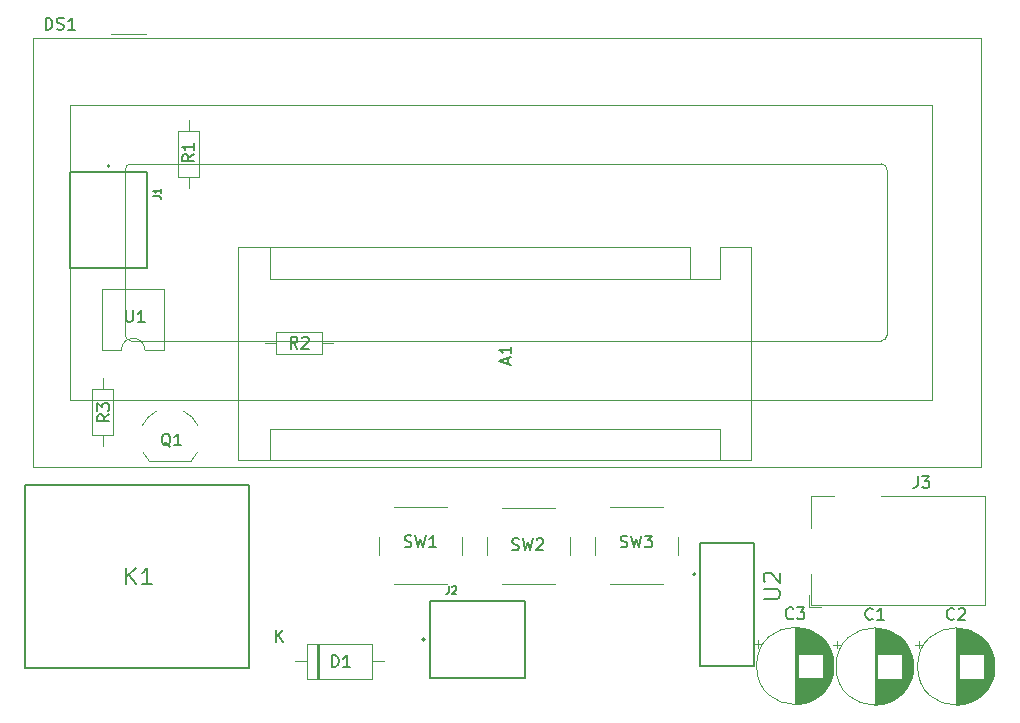
<source format=gbr>
%TF.GenerationSoftware,KiCad,Pcbnew,(6.0.0)*%
%TF.CreationDate,2022-01-31T16:35:01+07:00*%
%TF.ProjectId,eggmodel_V1,6567676d-6f64-4656-9c5f-56312e6b6963,rev?*%
%TF.SameCoordinates,Original*%
%TF.FileFunction,Legend,Top*%
%TF.FilePolarity,Positive*%
%FSLAX46Y46*%
G04 Gerber Fmt 4.6, Leading zero omitted, Abs format (unit mm)*
G04 Created by KiCad (PCBNEW (6.0.0)) date 2022-01-31 16:35:01*
%MOMM*%
%LPD*%
G01*
G04 APERTURE LIST*
%ADD10C,0.150000*%
%ADD11C,0.120000*%
%ADD12C,0.127000*%
%ADD13C,0.200000*%
G04 APERTURE END LIST*
D10*
%TO.C,R2*%
X135123333Y-75412380D02*
X134790000Y-74936190D01*
X134551904Y-75412380D02*
X134551904Y-74412380D01*
X134932857Y-74412380D01*
X135028095Y-74460000D01*
X135075714Y-74507619D01*
X135123333Y-74602857D01*
X135123333Y-74745714D01*
X135075714Y-74840952D01*
X135028095Y-74888571D01*
X134932857Y-74936190D01*
X134551904Y-74936190D01*
X135504285Y-74507619D02*
X135551904Y-74460000D01*
X135647142Y-74412380D01*
X135885238Y-74412380D01*
X135980476Y-74460000D01*
X136028095Y-74507619D01*
X136075714Y-74602857D01*
X136075714Y-74698095D01*
X136028095Y-74840952D01*
X135456666Y-75412380D01*
X136075714Y-75412380D01*
%TO.C,DS1*%
X113805714Y-48404880D02*
X113805714Y-47404880D01*
X114043809Y-47404880D01*
X114186666Y-47452500D01*
X114281904Y-47547738D01*
X114329523Y-47642976D01*
X114377142Y-47833452D01*
X114377142Y-47976309D01*
X114329523Y-48166785D01*
X114281904Y-48262023D01*
X114186666Y-48357261D01*
X114043809Y-48404880D01*
X113805714Y-48404880D01*
X114758095Y-48357261D02*
X114900952Y-48404880D01*
X115139047Y-48404880D01*
X115234285Y-48357261D01*
X115281904Y-48309642D01*
X115329523Y-48214404D01*
X115329523Y-48119166D01*
X115281904Y-48023928D01*
X115234285Y-47976309D01*
X115139047Y-47928690D01*
X114948571Y-47881071D01*
X114853333Y-47833452D01*
X114805714Y-47785833D01*
X114758095Y-47690595D01*
X114758095Y-47595357D01*
X114805714Y-47500119D01*
X114853333Y-47452500D01*
X114948571Y-47404880D01*
X115186666Y-47404880D01*
X115329523Y-47452500D01*
X116281904Y-48404880D02*
X115710476Y-48404880D01*
X115996190Y-48404880D02*
X115996190Y-47404880D01*
X115900952Y-47547738D01*
X115805714Y-47642976D01*
X115710476Y-47690595D01*
%TO.C,A1*%
X152936666Y-76664285D02*
X152936666Y-76188095D01*
X153222380Y-76759523D02*
X152222380Y-76426190D01*
X153222380Y-76092857D01*
X153222380Y-75235714D02*
X153222380Y-75807142D01*
X153222380Y-75521428D02*
X152222380Y-75521428D01*
X152365238Y-75616666D01*
X152460476Y-75711904D01*
X152508095Y-75807142D01*
%TO.C,SW3*%
X162486666Y-92194761D02*
X162629523Y-92242380D01*
X162867619Y-92242380D01*
X162962857Y-92194761D01*
X163010476Y-92147142D01*
X163058095Y-92051904D01*
X163058095Y-91956666D01*
X163010476Y-91861428D01*
X162962857Y-91813809D01*
X162867619Y-91766190D01*
X162677142Y-91718571D01*
X162581904Y-91670952D01*
X162534285Y-91623333D01*
X162486666Y-91528095D01*
X162486666Y-91432857D01*
X162534285Y-91337619D01*
X162581904Y-91290000D01*
X162677142Y-91242380D01*
X162915238Y-91242380D01*
X163058095Y-91290000D01*
X163391428Y-91242380D02*
X163629523Y-92242380D01*
X163820000Y-91528095D01*
X164010476Y-92242380D01*
X164248571Y-91242380D01*
X164534285Y-91242380D02*
X165153333Y-91242380D01*
X164820000Y-91623333D01*
X164962857Y-91623333D01*
X165058095Y-91670952D01*
X165105714Y-91718571D01*
X165153333Y-91813809D01*
X165153333Y-92051904D01*
X165105714Y-92147142D01*
X165058095Y-92194761D01*
X164962857Y-92242380D01*
X164677142Y-92242380D01*
X164581904Y-92194761D01*
X164534285Y-92147142D01*
%TO.C,J2*%
X147927198Y-95531729D02*
X147927198Y-95989013D01*
X147896713Y-96080470D01*
X147835741Y-96141441D01*
X147744284Y-96171927D01*
X147683313Y-96171927D01*
X148201569Y-95592700D02*
X148232054Y-95562215D01*
X148293026Y-95531729D01*
X148445454Y-95531729D01*
X148506425Y-95562215D01*
X148536911Y-95592700D01*
X148567396Y-95653671D01*
X148567396Y-95714643D01*
X148536911Y-95806099D01*
X148171083Y-96171927D01*
X148567396Y-96171927D01*
%TO.C,C1*%
X183830954Y-98277142D02*
X183783335Y-98324761D01*
X183640478Y-98372380D01*
X183545240Y-98372380D01*
X183402382Y-98324761D01*
X183307144Y-98229523D01*
X183259525Y-98134285D01*
X183211906Y-97943809D01*
X183211906Y-97800952D01*
X183259525Y-97610476D01*
X183307144Y-97515238D01*
X183402382Y-97420000D01*
X183545240Y-97372380D01*
X183640478Y-97372380D01*
X183783335Y-97420000D01*
X183830954Y-97467619D01*
X184783335Y-98372380D02*
X184211906Y-98372380D01*
X184497621Y-98372380D02*
X184497621Y-97372380D01*
X184402382Y-97515238D01*
X184307144Y-97610476D01*
X184211906Y-97658095D01*
%TO.C,Q1*%
X124374761Y-83707619D02*
X124279523Y-83660000D01*
X124184285Y-83564761D01*
X124041428Y-83421904D01*
X123946190Y-83374285D01*
X123850952Y-83374285D01*
X123898571Y-83612380D02*
X123803333Y-83564761D01*
X123708095Y-83469523D01*
X123660476Y-83279047D01*
X123660476Y-82945714D01*
X123708095Y-82755238D01*
X123803333Y-82660000D01*
X123898571Y-82612380D01*
X124089047Y-82612380D01*
X124184285Y-82660000D01*
X124279523Y-82755238D01*
X124327142Y-82945714D01*
X124327142Y-83279047D01*
X124279523Y-83469523D01*
X124184285Y-83564761D01*
X124089047Y-83612380D01*
X123898571Y-83612380D01*
X125279523Y-83612380D02*
X124708095Y-83612380D01*
X124993809Y-83612380D02*
X124993809Y-82612380D01*
X124898571Y-82755238D01*
X124803333Y-82850476D01*
X124708095Y-82898095D01*
%TO.C,C2*%
X190730954Y-98277142D02*
X190683335Y-98324761D01*
X190540478Y-98372380D01*
X190445240Y-98372380D01*
X190302382Y-98324761D01*
X190207144Y-98229523D01*
X190159525Y-98134285D01*
X190111906Y-97943809D01*
X190111906Y-97800952D01*
X190159525Y-97610476D01*
X190207144Y-97515238D01*
X190302382Y-97420000D01*
X190445240Y-97372380D01*
X190540478Y-97372380D01*
X190683335Y-97420000D01*
X190730954Y-97467619D01*
X191111906Y-97467619D02*
X191159525Y-97420000D01*
X191254763Y-97372380D01*
X191492859Y-97372380D01*
X191588097Y-97420000D01*
X191635716Y-97467619D01*
X191683335Y-97562857D01*
X191683335Y-97658095D01*
X191635716Y-97800952D01*
X191064287Y-98372380D01*
X191683335Y-98372380D01*
%TO.C,J1*%
X122927101Y-62503997D02*
X123384385Y-62503997D01*
X123475842Y-62534482D01*
X123536813Y-62595454D01*
X123567299Y-62686911D01*
X123567299Y-62747882D01*
X123567299Y-61863799D02*
X123567299Y-62229626D01*
X123567299Y-62046713D02*
X122927101Y-62046713D01*
X123018558Y-62107684D01*
X123079529Y-62168655D01*
X123110015Y-62229626D01*
%TO.C,R1*%
X126352380Y-58969166D02*
X125876190Y-59302500D01*
X126352380Y-59540595D02*
X125352380Y-59540595D01*
X125352380Y-59159642D01*
X125400000Y-59064404D01*
X125447619Y-59016785D01*
X125542857Y-58969166D01*
X125685714Y-58969166D01*
X125780952Y-59016785D01*
X125828571Y-59064404D01*
X125876190Y-59159642D01*
X125876190Y-59540595D01*
X126352380Y-58016785D02*
X126352380Y-58588214D01*
X126352380Y-58302500D02*
X125352380Y-58302500D01*
X125495238Y-58397738D01*
X125590476Y-58492976D01*
X125638095Y-58588214D01*
%TO.C,K1*%
X120646666Y-95373333D02*
X120646666Y-93973333D01*
X121446666Y-95373333D02*
X120846666Y-94573333D01*
X121446666Y-93973333D02*
X120646666Y-94773333D01*
X122780000Y-95373333D02*
X121980000Y-95373333D01*
X122380000Y-95373333D02*
X122380000Y-93973333D01*
X122246666Y-94173333D01*
X122113333Y-94306666D01*
X121980000Y-94373333D01*
%TO.C,R3*%
X119182380Y-80986666D02*
X118706190Y-81320000D01*
X119182380Y-81558095D02*
X118182380Y-81558095D01*
X118182380Y-81177142D01*
X118230000Y-81081904D01*
X118277619Y-81034285D01*
X118372857Y-80986666D01*
X118515714Y-80986666D01*
X118610952Y-81034285D01*
X118658571Y-81081904D01*
X118706190Y-81177142D01*
X118706190Y-81558095D01*
X118182380Y-80653333D02*
X118182380Y-80034285D01*
X118563333Y-80367619D01*
X118563333Y-80224761D01*
X118610952Y-80129523D01*
X118658571Y-80081904D01*
X118753809Y-80034285D01*
X118991904Y-80034285D01*
X119087142Y-80081904D01*
X119134761Y-80129523D01*
X119182380Y-80224761D01*
X119182380Y-80510476D01*
X119134761Y-80605714D01*
X119087142Y-80653333D01*
%TO.C,U1*%
X120608095Y-72162380D02*
X120608095Y-72971904D01*
X120655714Y-73067142D01*
X120703333Y-73114761D01*
X120798571Y-73162380D01*
X120989047Y-73162380D01*
X121084285Y-73114761D01*
X121131904Y-73067142D01*
X121179523Y-72971904D01*
X121179523Y-72162380D01*
X122179523Y-73162380D02*
X121608095Y-73162380D01*
X121893809Y-73162380D02*
X121893809Y-72162380D01*
X121798571Y-72305238D01*
X121703333Y-72400476D01*
X121608095Y-72448095D01*
%TO.C,C3*%
X177100954Y-98227142D02*
X177053335Y-98274761D01*
X176910478Y-98322380D01*
X176815240Y-98322380D01*
X176672382Y-98274761D01*
X176577144Y-98179523D01*
X176529525Y-98084285D01*
X176481906Y-97893809D01*
X176481906Y-97750952D01*
X176529525Y-97560476D01*
X176577144Y-97465238D01*
X176672382Y-97370000D01*
X176815240Y-97322380D01*
X176910478Y-97322380D01*
X177053335Y-97370000D01*
X177100954Y-97417619D01*
X177434287Y-97322380D02*
X178053335Y-97322380D01*
X177720001Y-97703333D01*
X177862859Y-97703333D01*
X177958097Y-97750952D01*
X178005716Y-97798571D01*
X178053335Y-97893809D01*
X178053335Y-98131904D01*
X178005716Y-98227142D01*
X177958097Y-98274761D01*
X177862859Y-98322380D01*
X177577144Y-98322380D01*
X177481906Y-98274761D01*
X177434287Y-98227142D01*
%TO.C,U2*%
X174597333Y-96571666D02*
X175730666Y-96571666D01*
X175864000Y-96505000D01*
X175930666Y-96438333D01*
X175997333Y-96305000D01*
X175997333Y-96038333D01*
X175930666Y-95905000D01*
X175864000Y-95838333D01*
X175730666Y-95771666D01*
X174597333Y-95771666D01*
X174730666Y-95171666D02*
X174664000Y-95105000D01*
X174597333Y-94971666D01*
X174597333Y-94638333D01*
X174664000Y-94505000D01*
X174730666Y-94438333D01*
X174864000Y-94371666D01*
X174997333Y-94371666D01*
X175197333Y-94438333D01*
X175997333Y-95238333D01*
X175997333Y-94371666D01*
%TO.C,D1*%
X138041904Y-102372380D02*
X138041904Y-101372380D01*
X138280000Y-101372380D01*
X138422857Y-101420000D01*
X138518095Y-101515238D01*
X138565714Y-101610476D01*
X138613333Y-101800952D01*
X138613333Y-101943809D01*
X138565714Y-102134285D01*
X138518095Y-102229523D01*
X138422857Y-102324761D01*
X138280000Y-102372380D01*
X138041904Y-102372380D01*
X139565714Y-102372380D02*
X138994285Y-102372380D01*
X139280000Y-102372380D02*
X139280000Y-101372380D01*
X139184761Y-101515238D01*
X139089523Y-101610476D01*
X138994285Y-101658095D01*
X133348095Y-100252380D02*
X133348095Y-99252380D01*
X133919523Y-100252380D02*
X133490952Y-99680952D01*
X133919523Y-99252380D02*
X133348095Y-99823809D01*
%TO.C,SW1*%
X144206666Y-92174761D02*
X144349523Y-92222380D01*
X144587619Y-92222380D01*
X144682857Y-92174761D01*
X144730476Y-92127142D01*
X144778095Y-92031904D01*
X144778095Y-91936666D01*
X144730476Y-91841428D01*
X144682857Y-91793809D01*
X144587619Y-91746190D01*
X144397142Y-91698571D01*
X144301904Y-91650952D01*
X144254285Y-91603333D01*
X144206666Y-91508095D01*
X144206666Y-91412857D01*
X144254285Y-91317619D01*
X144301904Y-91270000D01*
X144397142Y-91222380D01*
X144635238Y-91222380D01*
X144778095Y-91270000D01*
X145111428Y-91222380D02*
X145349523Y-92222380D01*
X145540000Y-91508095D01*
X145730476Y-92222380D01*
X145968571Y-91222380D01*
X146873333Y-92222380D02*
X146301904Y-92222380D01*
X146587619Y-92222380D02*
X146587619Y-91222380D01*
X146492380Y-91365238D01*
X146397142Y-91460476D01*
X146301904Y-91508095D01*
%TO.C,SW2*%
X153286666Y-92434761D02*
X153429523Y-92482380D01*
X153667619Y-92482380D01*
X153762857Y-92434761D01*
X153810476Y-92387142D01*
X153858095Y-92291904D01*
X153858095Y-92196666D01*
X153810476Y-92101428D01*
X153762857Y-92053809D01*
X153667619Y-92006190D01*
X153477142Y-91958571D01*
X153381904Y-91910952D01*
X153334285Y-91863333D01*
X153286666Y-91768095D01*
X153286666Y-91672857D01*
X153334285Y-91577619D01*
X153381904Y-91530000D01*
X153477142Y-91482380D01*
X153715238Y-91482380D01*
X153858095Y-91530000D01*
X154191428Y-91482380D02*
X154429523Y-92482380D01*
X154620000Y-91768095D01*
X154810476Y-92482380D01*
X155048571Y-91482380D01*
X155381904Y-91577619D02*
X155429523Y-91530000D01*
X155524761Y-91482380D01*
X155762857Y-91482380D01*
X155858095Y-91530000D01*
X155905714Y-91577619D01*
X155953333Y-91672857D01*
X155953333Y-91768095D01*
X155905714Y-91910952D01*
X155334285Y-92482380D01*
X155953333Y-92482380D01*
%TO.C,J3*%
X187626666Y-86209880D02*
X187626666Y-86924166D01*
X187579047Y-87067023D01*
X187483809Y-87162261D01*
X187340952Y-87209880D01*
X187245714Y-87209880D01*
X188007619Y-86209880D02*
X188626666Y-86209880D01*
X188293333Y-86590833D01*
X188436190Y-86590833D01*
X188531428Y-86638452D01*
X188579047Y-86686071D01*
X188626666Y-86781309D01*
X188626666Y-87019404D01*
X188579047Y-87114642D01*
X188531428Y-87162261D01*
X188436190Y-87209880D01*
X188150476Y-87209880D01*
X188055238Y-87162261D01*
X188007619Y-87114642D01*
D11*
%TO.C,R2*%
X133350000Y-75870000D02*
X137190000Y-75870000D01*
X137190000Y-74030000D02*
X133350000Y-74030000D01*
X133350000Y-74030000D02*
X133350000Y-75870000D01*
X138140000Y-74950000D02*
X137190000Y-74950000D01*
X137190000Y-75870000D02*
X137190000Y-74030000D01*
X132400000Y-74950000D02*
X133350000Y-74950000D01*
%TO.C,DS1*%
X120540280Y-74261820D02*
X120540280Y-60262500D01*
X112710000Y-49122500D02*
X113500000Y-49122500D01*
X115840000Y-54762500D02*
X188840000Y-54762500D01*
X188840000Y-79762500D02*
X115840000Y-79762500D01*
X112700000Y-85402500D02*
X192980000Y-85402500D01*
X112700000Y-49122500D02*
X112700000Y-85402500D01*
X121040000Y-59762500D02*
X184540000Y-59762500D01*
X192980000Y-49122500D02*
X113500000Y-49122500D01*
X184540660Y-74762500D02*
X121040000Y-74762500D01*
X185040000Y-60262500D02*
X185040000Y-74262500D01*
X192980000Y-85402500D02*
X192980000Y-49122500D01*
X188840000Y-54762500D02*
X188840000Y-79762500D01*
X119340000Y-48762500D02*
X122340000Y-48762500D01*
X115840000Y-79762500D02*
X115840000Y-54762500D01*
X121040660Y-59760960D02*
G75*
G03*
X120540280Y-60261340I0J-500380D01*
G01*
X184540660Y-74762200D02*
G75*
G03*
X185041040Y-74261820I0J500380D01*
G01*
X120540280Y-74261820D02*
G75*
G03*
X121040660Y-74762200I500380J0D01*
G01*
X185040000Y-60262500D02*
G75*
G03*
X184540000Y-59762500I-500001J-1D01*
G01*
%TO.C,A1*%
X170890000Y-82190000D02*
X132790000Y-82190000D01*
X173560000Y-66820000D02*
X170890000Y-66820000D01*
X168350000Y-69490000D02*
X170890000Y-69490000D01*
X170890000Y-82190000D02*
X170890000Y-84860000D01*
X170890000Y-69490000D02*
X170890000Y-66820000D01*
X168350000Y-69490000D02*
X168350000Y-66820000D01*
X168350000Y-69490000D02*
X132790000Y-69490000D01*
X173560000Y-84860000D02*
X173560000Y-66820000D01*
X130120000Y-84860000D02*
X173560000Y-84860000D01*
X132790000Y-82190000D02*
X132790000Y-84860000D01*
X168350000Y-66820000D02*
X130120000Y-66820000D01*
X132790000Y-69490000D02*
X132790000Y-66820000D01*
X130120000Y-66820000D02*
X130120000Y-84860000D01*
%TO.C,SW3*%
X160350000Y-91350000D02*
X160350000Y-92850000D01*
X161600000Y-95350000D02*
X166100000Y-95350000D01*
X167350000Y-92850000D02*
X167350000Y-91350000D01*
X166100000Y-88850000D02*
X161600000Y-88850000D01*
D12*
%TO.C,J2*%
X154418500Y-96790000D02*
X154418500Y-103290000D01*
X146338500Y-103290000D02*
X146338500Y-96790000D01*
X146338500Y-96790000D02*
X154418500Y-96790000D01*
X154418500Y-103290000D02*
X146338500Y-103290000D01*
D13*
X145906500Y-100040000D02*
G75*
G03*
X145906500Y-100040000I-100000J0D01*
G01*
D11*
%TO.C,C1*%
X185118621Y-103360000D02*
X185118621Y-105353000D01*
X185118621Y-99287000D02*
X185118621Y-101280000D01*
X185198621Y-99318000D02*
X185198621Y-101280000D01*
X185878621Y-99684000D02*
X185878621Y-101280000D01*
X185678621Y-103360000D02*
X185678621Y-105086000D01*
X184998621Y-99246000D02*
X184998621Y-101280000D01*
X184397621Y-103360000D02*
X184397621Y-105526000D01*
X184437621Y-99119000D02*
X184437621Y-101280000D01*
X185878621Y-103360000D02*
X185878621Y-104956000D01*
X184677621Y-103360000D02*
X184677621Y-105479000D01*
X185158621Y-103360000D02*
X185158621Y-105338000D01*
X185038621Y-103360000D02*
X185038621Y-105381000D01*
X185598621Y-103360000D02*
X185598621Y-105132000D01*
X184958621Y-99234000D02*
X184958621Y-101280000D01*
X185718621Y-99578000D02*
X185718621Y-101280000D01*
X185158621Y-99302000D02*
X185158621Y-101280000D01*
X184557621Y-103360000D02*
X184557621Y-105502000D01*
X186758621Y-100606000D02*
X186758621Y-104034000D01*
X185558621Y-99486000D02*
X185558621Y-101280000D01*
X184277621Y-103360000D02*
X184277621Y-105538000D01*
X186358621Y-100096000D02*
X186358621Y-104544000D01*
X186158621Y-103360000D02*
X186158621Y-104736000D01*
X186158621Y-99904000D02*
X186158621Y-101280000D01*
X185278621Y-99350000D02*
X185278621Y-101280000D01*
X184918621Y-103360000D02*
X184918621Y-105418000D01*
X184437621Y-103360000D02*
X184437621Y-105521000D01*
X186118621Y-99870000D02*
X186118621Y-101280000D01*
X184878621Y-99210000D02*
X184878621Y-101280000D01*
X186238621Y-99977000D02*
X186238621Y-101280000D01*
X186478621Y-100228000D02*
X186478621Y-104412000D01*
X185958621Y-99742000D02*
X185958621Y-101280000D01*
X184918621Y-99222000D02*
X184918621Y-101280000D01*
X183997621Y-99090000D02*
X183997621Y-105550000D01*
X184237621Y-99098000D02*
X184237621Y-101280000D01*
X186438621Y-100183000D02*
X186438621Y-104457000D01*
X185918621Y-103360000D02*
X185918621Y-104927000D01*
X186198621Y-99940000D02*
X186198621Y-101280000D01*
X187078621Y-101261000D02*
X187078621Y-103379000D01*
X184677621Y-99161000D02*
X184677621Y-101280000D01*
X184397621Y-99114000D02*
X184397621Y-101280000D01*
X184037621Y-99090000D02*
X184037621Y-105550000D01*
X185798621Y-99630000D02*
X185798621Y-101280000D01*
X186118621Y-103360000D02*
X186118621Y-104770000D01*
X184958621Y-103360000D02*
X184958621Y-105406000D01*
X184477621Y-99125000D02*
X184477621Y-101280000D01*
X184237621Y-103360000D02*
X184237621Y-105542000D01*
X187198621Y-101687000D02*
X187198621Y-102953000D01*
X187238621Y-101918000D02*
X187238621Y-102722000D01*
X185918621Y-99713000D02*
X185918621Y-101280000D01*
X185958621Y-103360000D02*
X185958621Y-104898000D01*
X185238621Y-103360000D02*
X185238621Y-105306000D01*
X184597621Y-103360000D02*
X184597621Y-105495000D01*
X186638621Y-100430000D02*
X186638621Y-104210000D01*
X186198621Y-103360000D02*
X186198621Y-104700000D01*
X187158621Y-101518000D02*
X187158621Y-103122000D01*
X186318621Y-100055000D02*
X186318621Y-104585000D01*
X186798621Y-100670000D02*
X186798621Y-103970000D01*
X185758621Y-99604000D02*
X185758621Y-101280000D01*
X185478621Y-99444000D02*
X185478621Y-101280000D01*
X186718621Y-100544000D02*
X186718621Y-104096000D01*
X184077621Y-99090000D02*
X184077621Y-105550000D01*
X184477621Y-103360000D02*
X184477621Y-105515000D01*
X185558621Y-103360000D02*
X185558621Y-105154000D01*
X184197621Y-99096000D02*
X184197621Y-105544000D01*
X185278621Y-103360000D02*
X185278621Y-105290000D01*
X184998621Y-103360000D02*
X184998621Y-105394000D01*
X184357621Y-103360000D02*
X184357621Y-105531000D01*
X185478621Y-103360000D02*
X185478621Y-105196000D01*
X185438621Y-99424000D02*
X185438621Y-101280000D01*
X185398621Y-99404000D02*
X185398621Y-101280000D01*
X184117621Y-99092000D02*
X184117621Y-105548000D01*
X180812380Y-100166000D02*
X180812380Y-100796000D01*
X185398621Y-103360000D02*
X185398621Y-105236000D01*
X186038621Y-99804000D02*
X186038621Y-101280000D01*
X186078621Y-103360000D02*
X186078621Y-104804000D01*
X186678621Y-100486000D02*
X186678621Y-104154000D01*
X185638621Y-103360000D02*
X185638621Y-105110000D01*
X184758621Y-103360000D02*
X184758621Y-105461000D01*
X185718621Y-103360000D02*
X185718621Y-105062000D01*
X185598621Y-99508000D02*
X185598621Y-101280000D01*
X186238621Y-103360000D02*
X186238621Y-104663000D01*
X186518621Y-100276000D02*
X186518621Y-104364000D01*
X185518621Y-99464000D02*
X185518621Y-101280000D01*
X185078621Y-103360000D02*
X185078621Y-105367000D01*
X186558621Y-100325000D02*
X186558621Y-104315000D01*
X185198621Y-103360000D02*
X185198621Y-105322000D01*
X184718621Y-99170000D02*
X184718621Y-101280000D01*
X184357621Y-99109000D02*
X184357621Y-101280000D01*
X186998621Y-101058000D02*
X186998621Y-103582000D01*
X186878621Y-100811000D02*
X186878621Y-103829000D01*
X186918621Y-100888000D02*
X186918621Y-103752000D01*
X185358621Y-99386000D02*
X185358621Y-101280000D01*
X185358621Y-103360000D02*
X185358621Y-105254000D01*
X185678621Y-99554000D02*
X185678621Y-101280000D01*
X185838621Y-103360000D02*
X185838621Y-104984000D01*
X185998621Y-99772000D02*
X185998621Y-101280000D01*
X185318621Y-99368000D02*
X185318621Y-101280000D01*
X186038621Y-103360000D02*
X186038621Y-104836000D01*
X185038621Y-99259000D02*
X185038621Y-101280000D01*
X184277621Y-99102000D02*
X184277621Y-101280000D01*
X184637621Y-99153000D02*
X184637621Y-101280000D01*
X185838621Y-99656000D02*
X185838621Y-101280000D01*
X184758621Y-99179000D02*
X184758621Y-101280000D01*
X184838621Y-103360000D02*
X184838621Y-105441000D01*
X186278621Y-103360000D02*
X186278621Y-104625000D01*
X184157621Y-99093000D02*
X184157621Y-105547000D01*
X184517621Y-99131000D02*
X184517621Y-101280000D01*
X185078621Y-99273000D02*
X185078621Y-101280000D01*
X184798621Y-99189000D02*
X184798621Y-101280000D01*
X185998621Y-103360000D02*
X185998621Y-104868000D01*
X184317621Y-99105000D02*
X184317621Y-101280000D01*
X185318621Y-103360000D02*
X185318621Y-105272000D01*
X186598621Y-100376000D02*
X186598621Y-104264000D01*
X186398621Y-100138000D02*
X186398621Y-104502000D01*
X186838621Y-100739000D02*
X186838621Y-103901000D01*
X180497380Y-100481000D02*
X181127380Y-100481000D01*
X185798621Y-103360000D02*
X185798621Y-105010000D01*
X184637621Y-103360000D02*
X184637621Y-105487000D01*
X187118621Y-101380000D02*
X187118621Y-103260000D01*
X185758621Y-103360000D02*
X185758621Y-105036000D01*
X186958621Y-100970000D02*
X186958621Y-103670000D01*
X184557621Y-99138000D02*
X184557621Y-101280000D01*
X184838621Y-99199000D02*
X184838621Y-101280000D01*
X184718621Y-103360000D02*
X184718621Y-105470000D01*
X185638621Y-99530000D02*
X185638621Y-101280000D01*
X186278621Y-100015000D02*
X186278621Y-101280000D01*
X184597621Y-99145000D02*
X184597621Y-101280000D01*
X185438621Y-103360000D02*
X185438621Y-105216000D01*
X184798621Y-103360000D02*
X184798621Y-105451000D01*
X184517621Y-103360000D02*
X184517621Y-105509000D01*
X187038621Y-101155000D02*
X187038621Y-103485000D01*
X185238621Y-99334000D02*
X185238621Y-101280000D01*
X184878621Y-103360000D02*
X184878621Y-105430000D01*
X184317621Y-103360000D02*
X184317621Y-105535000D01*
X186078621Y-99836000D02*
X186078621Y-101280000D01*
X185518621Y-103360000D02*
X185518621Y-105176000D01*
X187267621Y-102320000D02*
G75*
G03*
X187267621Y-102320000I-3270000J0D01*
G01*
%TO.C,Q1*%
X122550000Y-84890000D02*
X126150000Y-84890000D01*
X123210000Y-80690001D02*
G75*
G03*
X121982801Y-81936158I1139999J-2349998D01*
G01*
X126150000Y-84890000D02*
G75*
G03*
X126674184Y-84162795I-1799991J1849994D01*
G01*
X122025816Y-84162795D02*
G75*
G03*
X122550000Y-84890000I2324175J1122789D01*
G01*
X126705458Y-81941629D02*
G75*
G03*
X125460000Y-80690000I-2355460J-1098374D01*
G01*
%TO.C,C2*%
X192658621Y-99604000D02*
X192658621Y-101280000D01*
X191537621Y-103360000D02*
X191537621Y-105487000D01*
X193938621Y-101155000D02*
X193938621Y-103485000D01*
X192258621Y-99386000D02*
X192258621Y-101280000D01*
X192218621Y-99368000D02*
X192218621Y-101280000D01*
X192418621Y-99464000D02*
X192418621Y-101280000D01*
X194018621Y-101380000D02*
X194018621Y-103260000D01*
X193378621Y-100228000D02*
X193378621Y-104412000D01*
X191057621Y-99093000D02*
X191057621Y-105547000D01*
X192898621Y-99772000D02*
X192898621Y-101280000D01*
X192138621Y-99334000D02*
X192138621Y-101280000D01*
X193858621Y-100970000D02*
X193858621Y-103670000D01*
X193818621Y-100888000D02*
X193818621Y-103752000D01*
X192458621Y-103360000D02*
X192458621Y-105154000D01*
X192178621Y-99350000D02*
X192178621Y-101280000D01*
X192378621Y-99444000D02*
X192378621Y-101280000D01*
X192378621Y-103360000D02*
X192378621Y-105196000D01*
X191297621Y-103360000D02*
X191297621Y-105526000D01*
X192978621Y-99836000D02*
X192978621Y-101280000D01*
X192618621Y-103360000D02*
X192618621Y-105062000D01*
X192778621Y-103360000D02*
X192778621Y-104956000D01*
X191337621Y-99119000D02*
X191337621Y-101280000D01*
X192618621Y-99578000D02*
X192618621Y-101280000D01*
X193498621Y-100376000D02*
X193498621Y-104264000D01*
X192698621Y-99630000D02*
X192698621Y-101280000D01*
X191177621Y-103360000D02*
X191177621Y-105538000D01*
X191698621Y-103360000D02*
X191698621Y-105451000D01*
X191177621Y-99102000D02*
X191177621Y-101280000D01*
X193218621Y-100055000D02*
X193218621Y-104585000D01*
X192938621Y-99804000D02*
X192938621Y-101280000D01*
X191658621Y-103360000D02*
X191658621Y-105461000D01*
X191137621Y-99098000D02*
X191137621Y-101280000D01*
X193138621Y-103360000D02*
X193138621Y-104663000D01*
X192018621Y-103360000D02*
X192018621Y-105353000D01*
X192458621Y-99486000D02*
X192458621Y-101280000D01*
X192738621Y-103360000D02*
X192738621Y-104984000D01*
X193138621Y-99977000D02*
X193138621Y-101280000D01*
X192858621Y-103360000D02*
X192858621Y-104898000D01*
X191457621Y-99138000D02*
X191457621Y-101280000D01*
X192818621Y-103360000D02*
X192818621Y-104927000D01*
X192538621Y-103360000D02*
X192538621Y-105110000D01*
X192058621Y-103360000D02*
X192058621Y-105338000D01*
X192098621Y-103360000D02*
X192098621Y-105322000D01*
X191577621Y-99161000D02*
X191577621Y-101280000D01*
X191658621Y-99179000D02*
X191658621Y-101280000D01*
X191297621Y-99114000D02*
X191297621Y-101280000D01*
X192938621Y-103360000D02*
X192938621Y-104836000D01*
X191618621Y-99170000D02*
X191618621Y-101280000D01*
X192058621Y-99302000D02*
X192058621Y-101280000D01*
X193898621Y-101058000D02*
X193898621Y-103582000D01*
X194138621Y-101918000D02*
X194138621Y-102722000D01*
X192578621Y-99554000D02*
X192578621Y-101280000D01*
X192498621Y-103360000D02*
X192498621Y-105132000D01*
X193738621Y-100739000D02*
X193738621Y-103901000D01*
X193018621Y-99870000D02*
X193018621Y-101280000D01*
X193178621Y-103360000D02*
X193178621Y-104625000D01*
X191377621Y-103360000D02*
X191377621Y-105515000D01*
X194098621Y-101687000D02*
X194098621Y-102953000D01*
X193698621Y-100670000D02*
X193698621Y-103970000D01*
X191457621Y-103360000D02*
X191457621Y-105502000D01*
X191738621Y-99199000D02*
X191738621Y-101280000D01*
X192178621Y-103360000D02*
X192178621Y-105290000D01*
X193298621Y-100138000D02*
X193298621Y-104502000D01*
X191978621Y-103360000D02*
X191978621Y-105367000D01*
X191938621Y-103360000D02*
X191938621Y-105381000D01*
X193338621Y-100183000D02*
X193338621Y-104457000D01*
X191017621Y-99092000D02*
X191017621Y-105548000D01*
X191337621Y-103360000D02*
X191337621Y-105521000D01*
X193018621Y-103360000D02*
X193018621Y-104770000D01*
X191217621Y-99105000D02*
X191217621Y-101280000D01*
X193978621Y-101261000D02*
X193978621Y-103379000D01*
X191978621Y-99273000D02*
X191978621Y-101280000D01*
X192498621Y-99508000D02*
X192498621Y-101280000D01*
X191778621Y-103360000D02*
X191778621Y-105430000D01*
X192658621Y-103360000D02*
X192658621Y-105036000D01*
X194058621Y-101518000D02*
X194058621Y-103122000D01*
X192818621Y-99713000D02*
X192818621Y-101280000D01*
X191818621Y-99222000D02*
X191818621Y-101280000D01*
X192298621Y-99404000D02*
X192298621Y-101280000D01*
X191778621Y-99210000D02*
X191778621Y-101280000D01*
X192298621Y-103360000D02*
X192298621Y-105236000D01*
X193778621Y-100811000D02*
X193778621Y-103829000D01*
X192738621Y-99656000D02*
X192738621Y-101280000D01*
X192858621Y-99742000D02*
X192858621Y-101280000D01*
X191938621Y-99259000D02*
X191938621Y-101280000D01*
X187397380Y-100481000D02*
X188027380Y-100481000D01*
X192138621Y-103360000D02*
X192138621Y-105306000D01*
X191217621Y-103360000D02*
X191217621Y-105535000D01*
X193098621Y-99940000D02*
X193098621Y-101280000D01*
X192338621Y-99424000D02*
X192338621Y-101280000D01*
X192218621Y-103360000D02*
X192218621Y-105272000D01*
X192978621Y-103360000D02*
X192978621Y-104804000D01*
X193098621Y-103360000D02*
X193098621Y-104700000D01*
X190937621Y-99090000D02*
X190937621Y-105550000D01*
X192898621Y-103360000D02*
X192898621Y-104868000D01*
X191858621Y-99234000D02*
X191858621Y-101280000D01*
X193658621Y-100606000D02*
X193658621Y-104034000D01*
X191097621Y-99096000D02*
X191097621Y-105544000D01*
X192778621Y-99684000D02*
X192778621Y-101280000D01*
X193578621Y-100486000D02*
X193578621Y-104154000D01*
X191497621Y-99145000D02*
X191497621Y-101280000D01*
X192698621Y-103360000D02*
X192698621Y-105010000D01*
X193418621Y-100276000D02*
X193418621Y-104364000D01*
X191417621Y-99131000D02*
X191417621Y-101280000D01*
X191698621Y-99189000D02*
X191698621Y-101280000D01*
X193058621Y-103360000D02*
X193058621Y-104736000D01*
X191898621Y-103360000D02*
X191898621Y-105394000D01*
X191377621Y-99125000D02*
X191377621Y-101280000D01*
X192538621Y-99530000D02*
X192538621Y-101280000D01*
X192258621Y-103360000D02*
X192258621Y-105254000D01*
X192338621Y-103360000D02*
X192338621Y-105216000D01*
X191818621Y-103360000D02*
X191818621Y-105418000D01*
X193458621Y-100325000D02*
X193458621Y-104315000D01*
X193058621Y-99904000D02*
X193058621Y-101280000D01*
X192018621Y-99287000D02*
X192018621Y-101280000D01*
X190977621Y-99090000D02*
X190977621Y-105550000D01*
X191898621Y-99246000D02*
X191898621Y-101280000D01*
X191738621Y-103360000D02*
X191738621Y-105441000D01*
X192418621Y-103360000D02*
X192418621Y-105176000D01*
X191537621Y-99153000D02*
X191537621Y-101280000D01*
X191257621Y-103360000D02*
X191257621Y-105531000D01*
X191137621Y-103360000D02*
X191137621Y-105542000D01*
X191618621Y-103360000D02*
X191618621Y-105470000D01*
X191417621Y-103360000D02*
X191417621Y-105509000D01*
X192578621Y-103360000D02*
X192578621Y-105086000D01*
X191577621Y-103360000D02*
X191577621Y-105479000D01*
X193538621Y-100430000D02*
X193538621Y-104210000D01*
X192098621Y-99318000D02*
X192098621Y-101280000D01*
X193178621Y-100015000D02*
X193178621Y-101280000D01*
X193618621Y-100544000D02*
X193618621Y-104096000D01*
X193258621Y-100096000D02*
X193258621Y-104544000D01*
X191858621Y-103360000D02*
X191858621Y-105406000D01*
X191257621Y-99109000D02*
X191257621Y-101280000D01*
X190897621Y-99090000D02*
X190897621Y-105550000D01*
X187712380Y-100166000D02*
X187712380Y-100796000D01*
X191497621Y-103360000D02*
X191497621Y-105495000D01*
X194167621Y-102320000D02*
G75*
G03*
X194167621Y-102320000I-3270000J0D01*
G01*
D12*
%TO.C,J1*%
X122370000Y-60488500D02*
X122370000Y-68568500D01*
X115870000Y-68568500D02*
X115870000Y-60488500D01*
X115870000Y-60488500D02*
X122370000Y-60488500D01*
X122370000Y-68568500D02*
X115870000Y-68568500D01*
D13*
X119220000Y-59956500D02*
G75*
G03*
X119220000Y-59956500I-100000J0D01*
G01*
D11*
%TO.C,R1*%
X125910000Y-56062500D02*
X125910000Y-57012500D01*
X126830000Y-57012500D02*
X124990000Y-57012500D01*
X126830000Y-60852500D02*
X126830000Y-57012500D01*
X125910000Y-61802500D02*
X125910000Y-60852500D01*
X124990000Y-57012500D02*
X124990000Y-60852500D01*
X124990000Y-60852500D02*
X126830000Y-60852500D01*
D12*
%TO.C,K1*%
X131060000Y-86920000D02*
X131060000Y-102420000D01*
X112060000Y-102420000D02*
X112060000Y-86920000D01*
X112060000Y-86920000D02*
X131060000Y-86920000D01*
X131060000Y-102420000D02*
X112060000Y-102420000D01*
D11*
%TO.C,R3*%
X117700000Y-78870000D02*
X117700000Y-82710000D01*
X119540000Y-82710000D02*
X119540000Y-78870000D01*
X118620000Y-83660000D02*
X118620000Y-82710000D01*
X118620000Y-77920000D02*
X118620000Y-78870000D01*
X117700000Y-82710000D02*
X119540000Y-82710000D01*
X119540000Y-78870000D02*
X117700000Y-78870000D01*
%TO.C,U1*%
X122210000Y-75545000D02*
X123860000Y-75545000D01*
X123860000Y-75545000D02*
X123860000Y-70345000D01*
X118560000Y-75545000D02*
X120210000Y-75545000D01*
X118560000Y-70345000D02*
X118560000Y-75545000D01*
X123860000Y-70345000D02*
X118560000Y-70345000D01*
X122210000Y-75545000D02*
G75*
G03*
X120210000Y-75545000I-1000000J0D01*
G01*
%TO.C,C3*%
X177627621Y-103310000D02*
X177627621Y-105481000D01*
X178268621Y-103310000D02*
X178268621Y-105344000D01*
X178068621Y-99139000D02*
X178068621Y-101230000D01*
X178868621Y-99458000D02*
X178868621Y-101230000D01*
X179788621Y-100226000D02*
X179788621Y-104314000D01*
X177667621Y-99064000D02*
X177667621Y-101230000D01*
X178668621Y-103310000D02*
X178668621Y-105186000D01*
X178588621Y-99318000D02*
X178588621Y-101230000D01*
X177707621Y-103310000D02*
X177707621Y-105471000D01*
X178748621Y-99394000D02*
X178748621Y-101230000D01*
X179428621Y-99854000D02*
X179428621Y-101230000D01*
X179108621Y-103310000D02*
X179108621Y-104934000D01*
X178148621Y-103310000D02*
X178148621Y-105380000D01*
X177787621Y-103310000D02*
X177787621Y-105459000D01*
X177867621Y-103310000D02*
X177867621Y-105445000D01*
X180228621Y-100920000D02*
X180228621Y-103620000D01*
X180268621Y-101008000D02*
X180268621Y-103532000D01*
X180348621Y-101211000D02*
X180348621Y-103329000D01*
X177307621Y-99040000D02*
X177307621Y-105500000D01*
X178588621Y-103310000D02*
X178588621Y-105222000D01*
X177507621Y-99048000D02*
X177507621Y-101230000D01*
X178828621Y-103310000D02*
X178828621Y-105104000D01*
X178468621Y-103310000D02*
X178468621Y-105272000D01*
X178388621Y-103310000D02*
X178388621Y-105303000D01*
X173767380Y-100431000D02*
X174397380Y-100431000D01*
X179988621Y-100494000D02*
X179988621Y-104046000D01*
X178788621Y-99414000D02*
X178788621Y-101230000D01*
X178188621Y-99172000D02*
X178188621Y-101230000D01*
X178308621Y-99209000D02*
X178308621Y-101230000D01*
X178028621Y-103310000D02*
X178028621Y-105411000D01*
X178468621Y-99268000D02*
X178468621Y-101230000D01*
X178908621Y-99480000D02*
X178908621Y-101230000D01*
X177587621Y-103310000D02*
X177587621Y-105485000D01*
X177787621Y-99081000D02*
X177787621Y-101230000D01*
X178028621Y-99129000D02*
X178028621Y-101230000D01*
X178628621Y-99336000D02*
X178628621Y-101230000D01*
X177347621Y-99040000D02*
X177347621Y-105500000D01*
X177827621Y-99088000D02*
X177827621Y-101230000D01*
X179228621Y-103310000D02*
X179228621Y-104848000D01*
X179268621Y-103310000D02*
X179268621Y-104818000D01*
X179508621Y-103310000D02*
X179508621Y-104613000D01*
X180148621Y-100761000D02*
X180148621Y-103779000D01*
X177467621Y-99046000D02*
X177467621Y-105494000D01*
X178068621Y-103310000D02*
X178068621Y-105401000D01*
X180028621Y-100556000D02*
X180028621Y-103984000D01*
X180428621Y-101468000D02*
X180428621Y-103072000D01*
X180468621Y-101637000D02*
X180468621Y-102903000D01*
X178108621Y-99149000D02*
X178108621Y-101230000D01*
X177947621Y-99111000D02*
X177947621Y-101230000D01*
X178708621Y-103310000D02*
X178708621Y-105166000D01*
X178788621Y-103310000D02*
X178788621Y-105126000D01*
X178948621Y-99504000D02*
X178948621Y-101230000D01*
X178508621Y-103310000D02*
X178508621Y-105256000D01*
X177907621Y-103310000D02*
X177907621Y-105437000D01*
X179628621Y-100046000D02*
X179628621Y-104494000D01*
X177707621Y-99069000D02*
X177707621Y-101230000D01*
X180108621Y-100689000D02*
X180108621Y-103851000D01*
X179148621Y-103310000D02*
X179148621Y-104906000D01*
X179468621Y-103310000D02*
X179468621Y-104650000D01*
X177427621Y-99043000D02*
X177427621Y-105497000D01*
X178628621Y-103310000D02*
X178628621Y-105204000D01*
X178388621Y-99237000D02*
X178388621Y-101230000D01*
X179868621Y-100326000D02*
X179868621Y-104214000D01*
X177747621Y-103310000D02*
X177747621Y-105465000D01*
X174082380Y-100116000D02*
X174082380Y-100746000D01*
X177587621Y-99055000D02*
X177587621Y-101230000D01*
X179068621Y-103310000D02*
X179068621Y-104960000D01*
X180388621Y-101330000D02*
X180388621Y-103210000D01*
X179228621Y-99692000D02*
X179228621Y-101230000D01*
X177507621Y-103310000D02*
X177507621Y-105492000D01*
X179028621Y-103310000D02*
X179028621Y-104986000D01*
X178948621Y-103310000D02*
X178948621Y-105036000D01*
X177747621Y-99075000D02*
X177747621Y-101230000D01*
X179188621Y-103310000D02*
X179188621Y-104877000D01*
X179348621Y-103310000D02*
X179348621Y-104754000D01*
X179708621Y-100133000D02*
X179708621Y-104407000D01*
X178428621Y-103310000D02*
X178428621Y-105288000D01*
X178748621Y-103310000D02*
X178748621Y-105146000D01*
X177627621Y-99059000D02*
X177627621Y-101230000D01*
X179188621Y-99663000D02*
X179188621Y-101230000D01*
X177827621Y-103310000D02*
X177827621Y-105452000D01*
X178548621Y-99300000D02*
X178548621Y-101230000D01*
X179908621Y-100380000D02*
X179908621Y-104160000D01*
X177988621Y-103310000D02*
X177988621Y-105420000D01*
X178988621Y-103310000D02*
X178988621Y-105012000D01*
X179548621Y-99965000D02*
X179548621Y-101230000D01*
X179268621Y-99722000D02*
X179268621Y-101230000D01*
X179148621Y-99634000D02*
X179148621Y-101230000D01*
X179308621Y-99754000D02*
X179308621Y-101230000D01*
X179348621Y-99786000D02*
X179348621Y-101230000D01*
X177988621Y-99120000D02*
X177988621Y-101230000D01*
X179468621Y-99890000D02*
X179468621Y-101230000D01*
X178148621Y-99160000D02*
X178148621Y-101230000D01*
X178108621Y-103310000D02*
X178108621Y-105391000D01*
X178708621Y-99374000D02*
X178708621Y-101230000D01*
X178308621Y-103310000D02*
X178308621Y-105331000D01*
X178988621Y-99528000D02*
X178988621Y-101230000D01*
X178348621Y-99223000D02*
X178348621Y-101230000D01*
X177267621Y-99040000D02*
X177267621Y-105500000D01*
X180308621Y-101105000D02*
X180308621Y-103435000D01*
X178188621Y-103310000D02*
X178188621Y-105368000D01*
X179508621Y-99927000D02*
X179508621Y-101230000D01*
X179388621Y-103310000D02*
X179388621Y-104720000D01*
X177867621Y-99095000D02*
X177867621Y-101230000D01*
X179028621Y-99554000D02*
X179028621Y-101230000D01*
X179388621Y-99820000D02*
X179388621Y-101230000D01*
X178508621Y-99284000D02*
X178508621Y-101230000D01*
X178668621Y-99354000D02*
X178668621Y-101230000D01*
X179948621Y-100436000D02*
X179948621Y-104104000D01*
X178228621Y-103310000D02*
X178228621Y-105356000D01*
X179068621Y-99580000D02*
X179068621Y-101230000D01*
X179308621Y-103310000D02*
X179308621Y-104786000D01*
X178828621Y-99436000D02*
X178828621Y-101230000D01*
X179588621Y-100005000D02*
X179588621Y-104535000D01*
X177947621Y-103310000D02*
X177947621Y-105429000D01*
X178868621Y-103310000D02*
X178868621Y-105082000D01*
X177547621Y-99052000D02*
X177547621Y-101230000D01*
X179828621Y-100275000D02*
X179828621Y-104265000D01*
X178228621Y-99184000D02*
X178228621Y-101230000D01*
X177667621Y-103310000D02*
X177667621Y-105476000D01*
X180188621Y-100838000D02*
X180188621Y-103702000D01*
X177387621Y-99042000D02*
X177387621Y-105498000D01*
X177547621Y-103310000D02*
X177547621Y-105488000D01*
X180508621Y-101868000D02*
X180508621Y-102672000D01*
X178548621Y-103310000D02*
X178548621Y-105240000D01*
X177907621Y-99103000D02*
X177907621Y-101230000D01*
X179108621Y-99606000D02*
X179108621Y-101230000D01*
X178348621Y-103310000D02*
X178348621Y-105317000D01*
X179748621Y-100178000D02*
X179748621Y-104362000D01*
X179548621Y-103310000D02*
X179548621Y-104575000D01*
X178908621Y-103310000D02*
X178908621Y-105060000D01*
X180068621Y-100620000D02*
X180068621Y-103920000D01*
X179428621Y-103310000D02*
X179428621Y-104686000D01*
X179668621Y-100088000D02*
X179668621Y-104452000D01*
X178428621Y-99252000D02*
X178428621Y-101230000D01*
X178268621Y-99196000D02*
X178268621Y-101230000D01*
X180537621Y-102270000D02*
G75*
G03*
X180537621Y-102270000I-3270000J0D01*
G01*
D12*
%TO.C,U2*%
X173780000Y-91860000D02*
X173780000Y-102260000D01*
X169180000Y-91860000D02*
X173780000Y-91860000D01*
X173780000Y-102260000D02*
X169180000Y-102260000D01*
X169180000Y-102260000D02*
X169180000Y-91860000D01*
D13*
X168825000Y-94510000D02*
G75*
G03*
X168825000Y-94510000I-100000J0D01*
G01*
D11*
%TO.C,D1*%
X136870000Y-100430000D02*
X136870000Y-103370000D01*
X142430000Y-101900000D02*
X141410000Y-101900000D01*
X136990000Y-100430000D02*
X136990000Y-103370000D01*
X135970000Y-100430000D02*
X135970000Y-103370000D01*
X135970000Y-103370000D02*
X141410000Y-103370000D01*
X141410000Y-103370000D02*
X141410000Y-100430000D01*
X136750000Y-100430000D02*
X136750000Y-103370000D01*
X141410000Y-100430000D02*
X135970000Y-100430000D01*
X134950000Y-101900000D02*
X135970000Y-101900000D01*
%TO.C,SW1*%
X147810000Y-88850000D02*
X143310000Y-88850000D01*
X149060000Y-92850000D02*
X149060000Y-91350000D01*
X143310000Y-95350000D02*
X147810000Y-95350000D01*
X142060000Y-91350000D02*
X142060000Y-92850000D01*
%TO.C,SW2*%
X158170000Y-92870000D02*
X158170000Y-91370000D01*
X156920000Y-88870000D02*
X152420000Y-88870000D01*
X151170000Y-91370000D02*
X151170000Y-92870000D01*
X152420000Y-95370000D02*
X156920000Y-95370000D01*
%TO.C,J3*%
X178610000Y-97107500D02*
X178610000Y-94507500D01*
X178610000Y-87907500D02*
X180510000Y-87907500D01*
X193310000Y-97107500D02*
X178610000Y-97107500D01*
X193310000Y-87907500D02*
X193310000Y-97107500D01*
X184510000Y-87907500D02*
X193310000Y-87907500D01*
X178610000Y-90607500D02*
X178610000Y-87907500D01*
X178410000Y-96257500D02*
X178410000Y-97307500D01*
X179460000Y-97307500D02*
X178410000Y-97307500D01*
%TD*%
M02*

</source>
